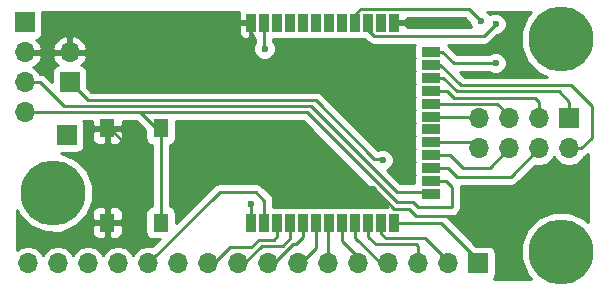
<source format=gbr>
G04 #@! TF.FileFunction,Copper,L2,Bot,Signal*
%FSLAX46Y46*%
G04 Gerber Fmt 4.6, Leading zero omitted, Abs format (unit mm)*
G04 Created by KiCad (PCBNEW 4.0.7) date 07/22/18 11:21:55*
%MOMM*%
%LPD*%
G01*
G04 APERTURE LIST*
%ADD10C,0.100000*%
%ADD11R,0.900000X1.500000*%
%ADD12R,1.500000X0.900000*%
%ADD13R,1.700000X1.700000*%
%ADD14O,1.700000X1.700000*%
%ADD15C,5.500000*%
%ADD16R,1.300000X1.550000*%
%ADD17C,0.600000*%
%ADD18C,0.250000*%
%ADD19C,0.254000*%
G04 APERTURE END LIST*
D10*
D11*
X33808000Y-14614000D03*
X34908000Y-14614000D03*
X36008000Y-14614000D03*
X37108000Y-14614000D03*
X38208000Y-14614000D03*
X39308000Y-14614000D03*
X40408000Y-14614000D03*
X41508000Y-14614000D03*
X42608000Y-14614000D03*
X43708000Y-14614000D03*
X44808000Y-14614000D03*
X45908000Y-14614000D03*
D12*
X49008000Y-17064000D03*
X49008000Y-18164000D03*
X49008000Y-19264000D03*
X49008000Y-20364000D03*
X49008000Y-21464000D03*
X49008000Y-22564000D03*
X49008000Y-23664000D03*
X49008000Y-24764000D03*
X49008000Y-25864000D03*
X49008000Y-26964000D03*
X49008000Y-28064000D03*
X49008000Y-29164000D03*
D11*
X45908000Y-31614000D03*
X44808000Y-31614000D03*
X43708000Y-31614000D03*
X42608000Y-31614000D03*
X41508000Y-31614000D03*
X40408000Y-31614000D03*
X39308000Y-31614000D03*
X38208000Y-31614000D03*
X37108000Y-31614000D03*
X36008000Y-31614000D03*
X34908000Y-31614000D03*
X33808000Y-31614000D03*
D13*
X14605000Y-14605000D03*
D14*
X14605000Y-17145000D03*
X14605000Y-19685000D03*
X14605000Y-22225000D03*
D15*
X60000000Y-34000000D03*
X60000000Y-16000000D03*
X17000000Y-29000000D03*
D16*
X21626000Y-31539000D03*
X26126000Y-31539000D03*
X26126000Y-23579000D03*
X21626000Y-23579000D03*
D13*
X53000000Y-35000000D03*
D14*
X50460000Y-35000000D03*
X47920000Y-35000000D03*
X45380000Y-35000000D03*
X42840000Y-35000000D03*
X40300000Y-35000000D03*
X37760000Y-35000000D03*
X35220000Y-35000000D03*
X32680000Y-35000000D03*
X30140000Y-35000000D03*
X27600000Y-35000000D03*
X25060000Y-35000000D03*
X22520000Y-35000000D03*
X19980000Y-35000000D03*
X17440000Y-35000000D03*
X14900000Y-35000000D03*
D13*
X18415000Y-19685000D03*
D14*
X18415000Y-17145000D03*
D13*
X60706000Y-22733000D03*
D14*
X60706000Y-25273000D03*
X58166000Y-22733000D03*
X58166000Y-25273000D03*
X55626000Y-22733000D03*
X55626000Y-25273000D03*
X53086000Y-22733000D03*
X53086000Y-25273000D03*
D13*
X18161000Y-24130000D03*
D17*
X44831000Y-14605000D03*
X31369000Y-25400000D03*
X39243000Y-28575000D03*
X23622000Y-25400000D03*
X52250000Y-31000000D03*
X56388000Y-17399000D03*
X51054000Y-14605000D03*
X46990000Y-26242000D03*
X45847000Y-14605000D03*
X33782000Y-29972000D03*
X54483000Y-18034000D03*
X54483000Y-14732000D03*
X53213000Y-14478000D03*
X34925000Y-16811000D03*
X39243000Y-14732000D03*
X38227000Y-14605000D03*
X37084000Y-14605000D03*
X36068000Y-14605000D03*
X44958000Y-26242000D03*
X49008000Y-23664000D03*
D18*
X44831000Y-14605000D02*
X44822000Y-14614000D01*
X44822000Y-14614000D02*
X44808000Y-14614000D01*
X39243000Y-28575000D02*
X44075000Y-28575000D01*
X31369000Y-25400000D02*
X36068000Y-25400000D01*
X21801000Y-23579000D02*
X23622000Y-25400000D01*
X39243000Y-28575000D02*
X36068000Y-25400000D01*
X47750000Y-31000000D02*
X52250000Y-31000000D01*
X47116699Y-30366699D02*
X47750000Y-31000000D01*
X45866699Y-30366699D02*
X47116699Y-30366699D01*
X44075000Y-28575000D02*
X45866699Y-30366699D01*
X51045000Y-14614000D02*
X51054000Y-14605000D01*
X45908000Y-14614000D02*
X51045000Y-14614000D01*
X21626000Y-23579000D02*
X21801000Y-23579000D01*
X47000000Y-26000000D02*
X47000000Y-26232000D01*
X47000000Y-26232000D02*
X46990000Y-26242000D01*
X45847000Y-14605000D02*
X45856000Y-14614000D01*
X45856000Y-14614000D02*
X45908000Y-14614000D01*
X33808000Y-29998000D02*
X33808000Y-31614000D01*
X33782000Y-29972000D02*
X33808000Y-29998000D01*
X33791000Y-31614000D02*
X33808000Y-31614000D01*
X49008000Y-17064000D02*
X49957000Y-17064000D01*
X50927000Y-18034000D02*
X54483000Y-18034000D01*
X49957000Y-17064000D02*
X50927000Y-18034000D01*
X49008000Y-17131000D02*
X49008000Y-17064000D01*
X43708000Y-14614000D02*
X43708000Y-15260000D01*
X53467000Y-15748000D02*
X54483000Y-14732000D01*
X44196000Y-15748000D02*
X53467000Y-15748000D01*
X43708000Y-15260000D02*
X44196000Y-15748000D01*
X42608000Y-14614000D02*
X42608000Y-13907000D01*
X52197000Y-13462000D02*
X53213000Y-14478000D01*
X43053000Y-13462000D02*
X52197000Y-13462000D01*
X42608000Y-13907000D02*
X43053000Y-13462000D01*
X26126000Y-31539000D02*
X26126000Y-23579000D01*
X24384000Y-22225000D02*
X38481000Y-22225000D01*
X50289000Y-28064000D02*
X49008000Y-28064000D01*
X50800000Y-28575000D02*
X50289000Y-28064000D01*
X50800000Y-30226000D02*
X50800000Y-28575000D01*
X50776000Y-30250000D02*
X50800000Y-30226000D01*
X47903000Y-30250000D02*
X50776000Y-30250000D01*
X47498000Y-29845000D02*
X47903000Y-30250000D01*
X46101000Y-29845000D02*
X47498000Y-29845000D01*
X38481000Y-22225000D02*
X46101000Y-29845000D01*
X26126000Y-24034083D02*
X25781000Y-23622000D01*
X25781000Y-23622000D02*
X24384000Y-22225000D01*
X24384000Y-22225000D02*
X14605000Y-22225000D01*
X25745000Y-23325000D02*
X25781000Y-23368000D01*
X34908000Y-14614000D02*
X34908000Y-16794000D01*
X34908000Y-16794000D02*
X34925000Y-16811000D01*
X39243000Y-14732000D02*
X39308000Y-14667000D01*
X39308000Y-14667000D02*
X39308000Y-14614000D01*
X38227000Y-14605000D02*
X38218000Y-14614000D01*
X38218000Y-14614000D02*
X38208000Y-14614000D01*
X37084000Y-14605000D02*
X37093000Y-14614000D01*
X37093000Y-14614000D02*
X37108000Y-14614000D01*
X36068000Y-14605000D02*
X36059000Y-14614000D01*
X36059000Y-14614000D02*
X36008000Y-14614000D01*
X53000000Y-35000000D02*
X53000000Y-34712000D01*
X53000000Y-34712000D02*
X49902000Y-31614000D01*
X49902000Y-31614000D02*
X45908000Y-31614000D01*
X50460000Y-35000000D02*
X50460000Y-34839000D01*
X50460000Y-34839000D02*
X48514000Y-32893000D01*
X44808000Y-32489000D02*
X44808000Y-31614000D01*
X45212000Y-32893000D02*
X44808000Y-32489000D01*
X48514000Y-32893000D02*
X45212000Y-32893000D01*
X50460000Y-35000000D02*
X50460000Y-34585000D01*
X47920000Y-35000000D02*
X47920000Y-33569000D01*
X43708000Y-32786000D02*
X43708000Y-31614000D01*
X44323000Y-33401000D02*
X43708000Y-32786000D01*
X47752000Y-33401000D02*
X44323000Y-33401000D01*
X47920000Y-33569000D02*
X47752000Y-33401000D01*
X45380000Y-35000000D02*
X44779000Y-35000000D01*
X44779000Y-35000000D02*
X42608000Y-32829000D01*
X42608000Y-32829000D02*
X42608000Y-31614000D01*
X42840000Y-35000000D02*
X42840000Y-34458000D01*
X42840000Y-34458000D02*
X41508000Y-33126000D01*
X41508000Y-33126000D02*
X41508000Y-31614000D01*
X40300000Y-35000000D02*
X40300000Y-31722000D01*
X40300000Y-31722000D02*
X40408000Y-31614000D01*
X37760000Y-35000000D02*
X38025000Y-35000000D01*
X38025000Y-35000000D02*
X39308000Y-33717000D01*
X39308000Y-33717000D02*
X39308000Y-31614000D01*
X35220000Y-35000000D02*
X35739000Y-35000000D01*
X35739000Y-35000000D02*
X37338000Y-33401000D01*
X37338000Y-33401000D02*
X37592000Y-33401000D01*
X37592000Y-33401000D02*
X38208000Y-32785000D01*
X38208000Y-32785000D02*
X38208000Y-31614000D01*
X32680000Y-35000000D02*
X33199000Y-35000000D01*
X33199000Y-35000000D02*
X34671000Y-33528000D01*
X34671000Y-33528000D02*
X36449000Y-33528000D01*
X36449000Y-33528000D02*
X37108000Y-32869000D01*
X37108000Y-32869000D02*
X37108000Y-31614000D01*
X30140000Y-35000000D02*
X30659000Y-35000000D01*
X30659000Y-35000000D02*
X32004000Y-33655000D01*
X32004000Y-33655000D02*
X33782000Y-33655000D01*
X33782000Y-33655000D02*
X34417000Y-33020000D01*
X34417000Y-33020000D02*
X35687000Y-33020000D01*
X35687000Y-33020000D02*
X36008000Y-32699000D01*
X36008000Y-32699000D02*
X36008000Y-31614000D01*
X34908000Y-29701000D02*
X34908000Y-31614000D01*
X34163000Y-28956000D02*
X34908000Y-29701000D01*
X31115000Y-28956000D02*
X34163000Y-28956000D01*
X25071000Y-35000000D02*
X31115000Y-28956000D01*
X25060000Y-35000000D02*
X25071000Y-35000000D01*
X25060000Y-35000000D02*
X25060000Y-34884000D01*
X49008000Y-29164000D02*
X49022000Y-29210000D01*
X49022000Y-29210000D02*
X48768000Y-28956000D01*
X48768000Y-28956000D02*
X46101000Y-28956000D01*
X46101000Y-28956000D02*
X38862000Y-21717000D01*
X38862000Y-21717000D02*
X17907000Y-21717000D01*
X17907000Y-21717000D02*
X15875000Y-19685000D01*
X15875000Y-19685000D02*
X14605000Y-19685000D01*
X18415000Y-19685000D02*
X19939000Y-21209000D01*
X39243000Y-21209000D02*
X19939000Y-21209000D01*
X44196000Y-26162000D02*
X39243000Y-21209000D01*
X44878000Y-26162000D02*
X44196000Y-26162000D01*
X44878000Y-26162000D02*
X44958000Y-26242000D01*
X49008000Y-24764000D02*
X52577000Y-24764000D01*
X52577000Y-24764000D02*
X53086000Y-25273000D01*
X49008000Y-22564000D02*
X52917000Y-22564000D01*
X52917000Y-22564000D02*
X53086000Y-22733000D01*
X49008000Y-25864000D02*
X50629000Y-25864000D01*
X53975000Y-26924000D02*
X55626000Y-25273000D01*
X51689000Y-26924000D02*
X53975000Y-26924000D01*
X50629000Y-25864000D02*
X51689000Y-26924000D01*
X60706000Y-22733000D02*
X60706000Y-21336000D01*
X49998000Y-19264000D02*
X49008000Y-19264000D01*
X51181000Y-20447000D02*
X49998000Y-19264000D01*
X59817000Y-20447000D02*
X51181000Y-20447000D01*
X60706000Y-21336000D02*
X59817000Y-20447000D01*
X60706000Y-25273000D02*
X61722000Y-25273000D01*
X49787000Y-18164000D02*
X49008000Y-18164000D01*
X51562000Y-19939000D02*
X49787000Y-18164000D01*
X60833000Y-19939000D02*
X51562000Y-19939000D01*
X62611000Y-21717000D02*
X60833000Y-19939000D01*
X62611000Y-24384000D02*
X62611000Y-21717000D01*
X61722000Y-25273000D02*
X62611000Y-24384000D01*
X49008000Y-20364000D02*
X50336000Y-20364000D01*
X58166000Y-21336000D02*
X57829000Y-20999000D01*
X57829000Y-20999000D02*
X53072000Y-20999000D01*
X58166000Y-21336000D02*
X58166000Y-22733000D01*
X50971000Y-20999000D02*
X53072000Y-20999000D01*
X50336000Y-20364000D02*
X50971000Y-20999000D01*
X49008000Y-26964000D02*
X50459000Y-26964000D01*
X55753000Y-27686000D02*
X58166000Y-25273000D01*
X51181000Y-27686000D02*
X55753000Y-27686000D01*
X50459000Y-26964000D02*
X51181000Y-27686000D01*
X55626000Y-22733000D02*
X55626000Y-22479000D01*
X55626000Y-22479000D02*
X54611000Y-21464000D01*
X54611000Y-21464000D02*
X49008000Y-21464000D01*
D19*
G36*
X62290000Y-31502704D02*
X61919952Y-31132010D01*
X60676272Y-30615589D01*
X59329636Y-30614414D01*
X58085057Y-31128663D01*
X57132010Y-32080048D01*
X56615589Y-33323728D01*
X56614414Y-34670364D01*
X57128663Y-35914943D01*
X57503066Y-36290000D01*
X54317901Y-36290000D01*
X54446431Y-36101890D01*
X54497440Y-35850000D01*
X54497440Y-34150000D01*
X54453162Y-33914683D01*
X54314090Y-33698559D01*
X54101890Y-33553569D01*
X53850000Y-33502560D01*
X52865362Y-33502560D01*
X50439401Y-31076599D01*
X50339728Y-31010000D01*
X50776000Y-31010000D01*
X51066839Y-30952148D01*
X51313401Y-30787401D01*
X51337401Y-30763401D01*
X51502148Y-30516839D01*
X51560000Y-30226000D01*
X51560000Y-28575000D01*
X51534340Y-28446000D01*
X55753000Y-28446000D01*
X56043839Y-28388148D01*
X56290401Y-28223401D01*
X57799592Y-26714210D01*
X58166000Y-26787093D01*
X58734285Y-26674054D01*
X59216054Y-26352147D01*
X59436000Y-26022974D01*
X59655946Y-26352147D01*
X60137715Y-26674054D01*
X60706000Y-26787093D01*
X61274285Y-26674054D01*
X61756054Y-26352147D01*
X62007208Y-25976268D01*
X62012839Y-25975148D01*
X62259401Y-25810401D01*
X62290000Y-25779802D01*
X62290000Y-31502704D01*
X62290000Y-31502704D01*
G37*
X62290000Y-31502704D02*
X61919952Y-31132010D01*
X60676272Y-30615589D01*
X59329636Y-30614414D01*
X58085057Y-31128663D01*
X57132010Y-32080048D01*
X56615589Y-33323728D01*
X56614414Y-34670364D01*
X57128663Y-35914943D01*
X57503066Y-36290000D01*
X54317901Y-36290000D01*
X54446431Y-36101890D01*
X54497440Y-35850000D01*
X54497440Y-34150000D01*
X54453162Y-33914683D01*
X54314090Y-33698559D01*
X54101890Y-33553569D01*
X53850000Y-33502560D01*
X52865362Y-33502560D01*
X50439401Y-31076599D01*
X50339728Y-31010000D01*
X50776000Y-31010000D01*
X51066839Y-30952148D01*
X51313401Y-30787401D01*
X51337401Y-30763401D01*
X51502148Y-30516839D01*
X51560000Y-30226000D01*
X51560000Y-28575000D01*
X51534340Y-28446000D01*
X55753000Y-28446000D01*
X56043839Y-28388148D01*
X56290401Y-28223401D01*
X57799592Y-26714210D01*
X58166000Y-26787093D01*
X58734285Y-26674054D01*
X59216054Y-26352147D01*
X59436000Y-26022974D01*
X59655946Y-26352147D01*
X60137715Y-26674054D01*
X60706000Y-26787093D01*
X61274285Y-26674054D01*
X61756054Y-26352147D01*
X62007208Y-25976268D01*
X62012839Y-25975148D01*
X62259401Y-25810401D01*
X62290000Y-25779802D01*
X62290000Y-31502704D01*
G36*
X20341000Y-23293250D02*
X20499750Y-23452000D01*
X21499000Y-23452000D01*
X21499000Y-23432000D01*
X21753000Y-23432000D01*
X21753000Y-23452000D01*
X22752250Y-23452000D01*
X22911000Y-23293250D01*
X22911000Y-22985000D01*
X24069198Y-22985000D01*
X24828560Y-23744362D01*
X24828560Y-24354000D01*
X24872838Y-24589317D01*
X25011910Y-24805441D01*
X25224110Y-24950431D01*
X25366000Y-24979164D01*
X25366000Y-30137258D01*
X25240683Y-30160838D01*
X25024559Y-30299910D01*
X24879569Y-30512110D01*
X24828560Y-30764000D01*
X24828560Y-32314000D01*
X24872838Y-32549317D01*
X25011910Y-32765441D01*
X25224110Y-32910431D01*
X25476000Y-32961440D01*
X26034758Y-32961440D01*
X25435583Y-33560615D01*
X25060000Y-33485907D01*
X24491715Y-33598946D01*
X24009946Y-33920853D01*
X23790000Y-34250026D01*
X23570054Y-33920853D01*
X23088285Y-33598946D01*
X22520000Y-33485907D01*
X21951715Y-33598946D01*
X21469946Y-33920853D01*
X21250000Y-34250026D01*
X21030054Y-33920853D01*
X20548285Y-33598946D01*
X19980000Y-33485907D01*
X19411715Y-33598946D01*
X18929946Y-33920853D01*
X18710000Y-34250026D01*
X18490054Y-33920853D01*
X18008285Y-33598946D01*
X17440000Y-33485907D01*
X16871715Y-33598946D01*
X16389946Y-33920853D01*
X16170000Y-34250026D01*
X15950054Y-33920853D01*
X15468285Y-33598946D01*
X14900000Y-33485907D01*
X14331715Y-33598946D01*
X13960000Y-33847317D01*
X13960000Y-30506747D01*
X14128663Y-30914943D01*
X15080048Y-31867990D01*
X16323728Y-32384411D01*
X17670364Y-32385586D01*
X18914943Y-31871337D01*
X18961611Y-31824750D01*
X20341000Y-31824750D01*
X20341000Y-32440309D01*
X20437673Y-32673698D01*
X20616301Y-32852327D01*
X20849690Y-32949000D01*
X21340250Y-32949000D01*
X21499000Y-32790250D01*
X21499000Y-31666000D01*
X21753000Y-31666000D01*
X21753000Y-32790250D01*
X21911750Y-32949000D01*
X22402310Y-32949000D01*
X22635699Y-32852327D01*
X22814327Y-32673698D01*
X22911000Y-32440309D01*
X22911000Y-31824750D01*
X22752250Y-31666000D01*
X21753000Y-31666000D01*
X21499000Y-31666000D01*
X20499750Y-31666000D01*
X20341000Y-31824750D01*
X18961611Y-31824750D01*
X19867990Y-30919952D01*
X19985194Y-30637691D01*
X20341000Y-30637691D01*
X20341000Y-31253250D01*
X20499750Y-31412000D01*
X21499000Y-31412000D01*
X21499000Y-30287750D01*
X21753000Y-30287750D01*
X21753000Y-31412000D01*
X22752250Y-31412000D01*
X22911000Y-31253250D01*
X22911000Y-30637691D01*
X22814327Y-30404302D01*
X22635699Y-30225673D01*
X22402310Y-30129000D01*
X21911750Y-30129000D01*
X21753000Y-30287750D01*
X21499000Y-30287750D01*
X21340250Y-30129000D01*
X20849690Y-30129000D01*
X20616301Y-30225673D01*
X20437673Y-30404302D01*
X20341000Y-30637691D01*
X19985194Y-30637691D01*
X20384411Y-29676272D01*
X20385586Y-28329636D01*
X19871337Y-27085057D01*
X18919952Y-26132010D01*
X17704812Y-25627440D01*
X19011000Y-25627440D01*
X19246317Y-25583162D01*
X19462441Y-25444090D01*
X19607431Y-25231890D01*
X19658440Y-24980000D01*
X19658440Y-23864750D01*
X20341000Y-23864750D01*
X20341000Y-24480309D01*
X20437673Y-24713698D01*
X20616301Y-24892327D01*
X20849690Y-24989000D01*
X21340250Y-24989000D01*
X21499000Y-24830250D01*
X21499000Y-23706000D01*
X21753000Y-23706000D01*
X21753000Y-24830250D01*
X21911750Y-24989000D01*
X22402310Y-24989000D01*
X22635699Y-24892327D01*
X22814327Y-24713698D01*
X22911000Y-24480309D01*
X22911000Y-23864750D01*
X22752250Y-23706000D01*
X21753000Y-23706000D01*
X21499000Y-23706000D01*
X20499750Y-23706000D01*
X20341000Y-23864750D01*
X19658440Y-23864750D01*
X19658440Y-23280000D01*
X19614162Y-23044683D01*
X19575757Y-22985000D01*
X20341000Y-22985000D01*
X20341000Y-23293250D01*
X20341000Y-23293250D01*
G37*
X20341000Y-23293250D02*
X20499750Y-23452000D01*
X21499000Y-23452000D01*
X21499000Y-23432000D01*
X21753000Y-23432000D01*
X21753000Y-23452000D01*
X22752250Y-23452000D01*
X22911000Y-23293250D01*
X22911000Y-22985000D01*
X24069198Y-22985000D01*
X24828560Y-23744362D01*
X24828560Y-24354000D01*
X24872838Y-24589317D01*
X25011910Y-24805441D01*
X25224110Y-24950431D01*
X25366000Y-24979164D01*
X25366000Y-30137258D01*
X25240683Y-30160838D01*
X25024559Y-30299910D01*
X24879569Y-30512110D01*
X24828560Y-30764000D01*
X24828560Y-32314000D01*
X24872838Y-32549317D01*
X25011910Y-32765441D01*
X25224110Y-32910431D01*
X25476000Y-32961440D01*
X26034758Y-32961440D01*
X25435583Y-33560615D01*
X25060000Y-33485907D01*
X24491715Y-33598946D01*
X24009946Y-33920853D01*
X23790000Y-34250026D01*
X23570054Y-33920853D01*
X23088285Y-33598946D01*
X22520000Y-33485907D01*
X21951715Y-33598946D01*
X21469946Y-33920853D01*
X21250000Y-34250026D01*
X21030054Y-33920853D01*
X20548285Y-33598946D01*
X19980000Y-33485907D01*
X19411715Y-33598946D01*
X18929946Y-33920853D01*
X18710000Y-34250026D01*
X18490054Y-33920853D01*
X18008285Y-33598946D01*
X17440000Y-33485907D01*
X16871715Y-33598946D01*
X16389946Y-33920853D01*
X16170000Y-34250026D01*
X15950054Y-33920853D01*
X15468285Y-33598946D01*
X14900000Y-33485907D01*
X14331715Y-33598946D01*
X13960000Y-33847317D01*
X13960000Y-30506747D01*
X14128663Y-30914943D01*
X15080048Y-31867990D01*
X16323728Y-32384411D01*
X17670364Y-32385586D01*
X18914943Y-31871337D01*
X18961611Y-31824750D01*
X20341000Y-31824750D01*
X20341000Y-32440309D01*
X20437673Y-32673698D01*
X20616301Y-32852327D01*
X20849690Y-32949000D01*
X21340250Y-32949000D01*
X21499000Y-32790250D01*
X21499000Y-31666000D01*
X21753000Y-31666000D01*
X21753000Y-32790250D01*
X21911750Y-32949000D01*
X22402310Y-32949000D01*
X22635699Y-32852327D01*
X22814327Y-32673698D01*
X22911000Y-32440309D01*
X22911000Y-31824750D01*
X22752250Y-31666000D01*
X21753000Y-31666000D01*
X21499000Y-31666000D01*
X20499750Y-31666000D01*
X20341000Y-31824750D01*
X18961611Y-31824750D01*
X19867990Y-30919952D01*
X19985194Y-30637691D01*
X20341000Y-30637691D01*
X20341000Y-31253250D01*
X20499750Y-31412000D01*
X21499000Y-31412000D01*
X21499000Y-30287750D01*
X21753000Y-30287750D01*
X21753000Y-31412000D01*
X22752250Y-31412000D01*
X22911000Y-31253250D01*
X22911000Y-30637691D01*
X22814327Y-30404302D01*
X22635699Y-30225673D01*
X22402310Y-30129000D01*
X21911750Y-30129000D01*
X21753000Y-30287750D01*
X21499000Y-30287750D01*
X21340250Y-30129000D01*
X20849690Y-30129000D01*
X20616301Y-30225673D01*
X20437673Y-30404302D01*
X20341000Y-30637691D01*
X19985194Y-30637691D01*
X20384411Y-29676272D01*
X20385586Y-28329636D01*
X19871337Y-27085057D01*
X18919952Y-26132010D01*
X17704812Y-25627440D01*
X19011000Y-25627440D01*
X19246317Y-25583162D01*
X19462441Y-25444090D01*
X19607431Y-25231890D01*
X19658440Y-24980000D01*
X19658440Y-23864750D01*
X20341000Y-23864750D01*
X20341000Y-24480309D01*
X20437673Y-24713698D01*
X20616301Y-24892327D01*
X20849690Y-24989000D01*
X21340250Y-24989000D01*
X21499000Y-24830250D01*
X21499000Y-23706000D01*
X21753000Y-23706000D01*
X21753000Y-24830250D01*
X21911750Y-24989000D01*
X22402310Y-24989000D01*
X22635699Y-24892327D01*
X22814327Y-24713698D01*
X22911000Y-24480309D01*
X22911000Y-23864750D01*
X22752250Y-23706000D01*
X21753000Y-23706000D01*
X21499000Y-23706000D01*
X20499750Y-23706000D01*
X20341000Y-23864750D01*
X19658440Y-23864750D01*
X19658440Y-23280000D01*
X19614162Y-23044683D01*
X19575757Y-22985000D01*
X20341000Y-22985000D01*
X20341000Y-23293250D01*
G36*
X45407298Y-30226100D02*
X45354329Y-30236067D01*
X45258000Y-30216560D01*
X44358000Y-30216560D01*
X44254329Y-30236067D01*
X44158000Y-30216560D01*
X43258000Y-30216560D01*
X43154329Y-30236067D01*
X43058000Y-30216560D01*
X42158000Y-30216560D01*
X42054329Y-30236067D01*
X41958000Y-30216560D01*
X41058000Y-30216560D01*
X40954329Y-30236067D01*
X40858000Y-30216560D01*
X39958000Y-30216560D01*
X39854329Y-30236067D01*
X39758000Y-30216560D01*
X38858000Y-30216560D01*
X38754329Y-30236067D01*
X38658000Y-30216560D01*
X37758000Y-30216560D01*
X37654329Y-30236067D01*
X37558000Y-30216560D01*
X36658000Y-30216560D01*
X36554329Y-30236067D01*
X36458000Y-30216560D01*
X35668000Y-30216560D01*
X35668000Y-29701000D01*
X35610148Y-29410161D01*
X35445401Y-29163599D01*
X34700401Y-28418599D01*
X34453839Y-28253852D01*
X34163000Y-28196000D01*
X31115000Y-28196000D01*
X30824161Y-28253852D01*
X30577599Y-28418599D01*
X27423440Y-31572758D01*
X27423440Y-30764000D01*
X27379162Y-30528683D01*
X27240090Y-30312559D01*
X27027890Y-30167569D01*
X26886000Y-30138836D01*
X26886000Y-24980742D01*
X27011317Y-24957162D01*
X27227441Y-24818090D01*
X27372431Y-24605890D01*
X27423440Y-24354000D01*
X27423440Y-22985000D01*
X38166198Y-22985000D01*
X45407298Y-30226100D01*
X45407298Y-30226100D01*
G37*
X45407298Y-30226100D02*
X45354329Y-30236067D01*
X45258000Y-30216560D01*
X44358000Y-30216560D01*
X44254329Y-30236067D01*
X44158000Y-30216560D01*
X43258000Y-30216560D01*
X43154329Y-30236067D01*
X43058000Y-30216560D01*
X42158000Y-30216560D01*
X42054329Y-30236067D01*
X41958000Y-30216560D01*
X41058000Y-30216560D01*
X40954329Y-30236067D01*
X40858000Y-30216560D01*
X39958000Y-30216560D01*
X39854329Y-30236067D01*
X39758000Y-30216560D01*
X38858000Y-30216560D01*
X38754329Y-30236067D01*
X38658000Y-30216560D01*
X37758000Y-30216560D01*
X37654329Y-30236067D01*
X37558000Y-30216560D01*
X36658000Y-30216560D01*
X36554329Y-30236067D01*
X36458000Y-30216560D01*
X35668000Y-30216560D01*
X35668000Y-29701000D01*
X35610148Y-29410161D01*
X35445401Y-29163599D01*
X34700401Y-28418599D01*
X34453839Y-28253852D01*
X34163000Y-28196000D01*
X31115000Y-28196000D01*
X30824161Y-28253852D01*
X30577599Y-28418599D01*
X27423440Y-31572758D01*
X27423440Y-30764000D01*
X27379162Y-30528683D01*
X27240090Y-30312559D01*
X27027890Y-30167569D01*
X26886000Y-30138836D01*
X26886000Y-24980742D01*
X27011317Y-24957162D01*
X27227441Y-24818090D01*
X27372431Y-24605890D01*
X27423440Y-24354000D01*
X27423440Y-22985000D01*
X38166198Y-22985000D01*
X45407298Y-30226100D01*
G36*
X32723000Y-13737691D02*
X32723000Y-14328250D01*
X32881750Y-14487000D01*
X33681000Y-14487000D01*
X33681000Y-14467000D01*
X33810560Y-14467000D01*
X33810560Y-15364000D01*
X33854838Y-15599317D01*
X33935000Y-15723892D01*
X33935000Y-15840250D01*
X34093750Y-15999000D01*
X34148000Y-15999000D01*
X34148000Y-16265507D01*
X34132808Y-16280673D01*
X33990162Y-16624201D01*
X33989838Y-16996167D01*
X34131883Y-17339943D01*
X34394673Y-17603192D01*
X34738201Y-17745838D01*
X35110167Y-17746162D01*
X35453943Y-17604117D01*
X35717192Y-17341327D01*
X35859838Y-16997799D01*
X35860162Y-16625833D01*
X35718117Y-16282057D01*
X35668000Y-16231852D01*
X35668000Y-16011440D01*
X36458000Y-16011440D01*
X36561671Y-15991933D01*
X36658000Y-16011440D01*
X37558000Y-16011440D01*
X37661671Y-15991933D01*
X37758000Y-16011440D01*
X38658000Y-16011440D01*
X38761671Y-15991933D01*
X38858000Y-16011440D01*
X39758000Y-16011440D01*
X39861671Y-15991933D01*
X39958000Y-16011440D01*
X40858000Y-16011440D01*
X40961671Y-15991933D01*
X41058000Y-16011440D01*
X41958000Y-16011440D01*
X42061671Y-15991933D01*
X42158000Y-16011440D01*
X43058000Y-16011440D01*
X43161671Y-15991933D01*
X43258000Y-16011440D01*
X43384638Y-16011440D01*
X43658599Y-16285401D01*
X43905160Y-16450148D01*
X44196000Y-16508000D01*
X47632026Y-16508000D01*
X47610560Y-16614000D01*
X47610560Y-17514000D01*
X47630067Y-17617671D01*
X47610560Y-17714000D01*
X47610560Y-18614000D01*
X47630067Y-18717671D01*
X47610560Y-18814000D01*
X47610560Y-19714000D01*
X47630067Y-19817671D01*
X47610560Y-19914000D01*
X47610560Y-20814000D01*
X47630067Y-20917671D01*
X47610560Y-21014000D01*
X47610560Y-21914000D01*
X47630067Y-22017671D01*
X47610560Y-22114000D01*
X47610560Y-23014000D01*
X47630067Y-23117671D01*
X47610560Y-23214000D01*
X47610560Y-24114000D01*
X47630067Y-24217671D01*
X47610560Y-24314000D01*
X47610560Y-25214000D01*
X47630067Y-25317671D01*
X47610560Y-25414000D01*
X47610560Y-26314000D01*
X47630067Y-26417671D01*
X47610560Y-26514000D01*
X47610560Y-27414000D01*
X47630067Y-27517671D01*
X47610560Y-27614000D01*
X47610560Y-28196000D01*
X46415802Y-28196000D01*
X45322758Y-27102956D01*
X45486943Y-27035117D01*
X45750192Y-26772327D01*
X45892838Y-26428799D01*
X45893162Y-26056833D01*
X45751117Y-25713057D01*
X45488327Y-25449808D01*
X45144799Y-25307162D01*
X44772833Y-25306838D01*
X44542523Y-25402000D01*
X44510802Y-25402000D01*
X39780401Y-20671599D01*
X39533839Y-20506852D01*
X39243000Y-20449000D01*
X20253802Y-20449000D01*
X19912440Y-20107638D01*
X19912440Y-18835000D01*
X19868162Y-18599683D01*
X19729090Y-18383559D01*
X19516890Y-18238569D01*
X19408893Y-18216699D01*
X19686645Y-17911924D01*
X19856476Y-17501890D01*
X19735155Y-17272000D01*
X18542000Y-17272000D01*
X18542000Y-17292000D01*
X18288000Y-17292000D01*
X18288000Y-17272000D01*
X17094845Y-17272000D01*
X16973524Y-17501890D01*
X17143355Y-17911924D01*
X17419501Y-18214937D01*
X17329683Y-18231838D01*
X17113559Y-18370910D01*
X16968569Y-18583110D01*
X16917560Y-18835000D01*
X16917560Y-19652758D01*
X16412401Y-19147599D01*
X16165839Y-18982852D01*
X15878407Y-18925678D01*
X15684147Y-18634946D01*
X15343447Y-18407298D01*
X15486358Y-18340183D01*
X15876645Y-17911924D01*
X16046476Y-17501890D01*
X15925155Y-17272000D01*
X14732000Y-17272000D01*
X14732000Y-17292000D01*
X14478000Y-17292000D01*
X14478000Y-17272000D01*
X14458000Y-17272000D01*
X14458000Y-17018000D01*
X14478000Y-17018000D01*
X14478000Y-16998000D01*
X14732000Y-16998000D01*
X14732000Y-17018000D01*
X15925155Y-17018000D01*
X16046476Y-16788110D01*
X16973524Y-16788110D01*
X17094845Y-17018000D01*
X18288000Y-17018000D01*
X18288000Y-15824181D01*
X18542000Y-15824181D01*
X18542000Y-17018000D01*
X19735155Y-17018000D01*
X19856476Y-16788110D01*
X19686645Y-16378076D01*
X19296358Y-15949817D01*
X18771892Y-15703514D01*
X18542000Y-15824181D01*
X18288000Y-15824181D01*
X18058108Y-15703514D01*
X17533642Y-15949817D01*
X17143355Y-16378076D01*
X16973524Y-16788110D01*
X16046476Y-16788110D01*
X15876645Y-16378076D01*
X15600499Y-16075063D01*
X15690317Y-16058162D01*
X15906441Y-15919090D01*
X16051431Y-15706890D01*
X16102440Y-15455000D01*
X16102440Y-14899750D01*
X32723000Y-14899750D01*
X32723000Y-15490309D01*
X32819673Y-15723698D01*
X32998301Y-15902327D01*
X33231690Y-15999000D01*
X33522250Y-15999000D01*
X33681000Y-15840250D01*
X33681000Y-14741000D01*
X32881750Y-14741000D01*
X32723000Y-14899750D01*
X16102440Y-14899750D01*
X16102440Y-13755000D01*
X16093973Y-13710000D01*
X32734470Y-13710000D01*
X32723000Y-13737691D01*
X32723000Y-13737691D01*
G37*
X32723000Y-13737691D02*
X32723000Y-14328250D01*
X32881750Y-14487000D01*
X33681000Y-14487000D01*
X33681000Y-14467000D01*
X33810560Y-14467000D01*
X33810560Y-15364000D01*
X33854838Y-15599317D01*
X33935000Y-15723892D01*
X33935000Y-15840250D01*
X34093750Y-15999000D01*
X34148000Y-15999000D01*
X34148000Y-16265507D01*
X34132808Y-16280673D01*
X33990162Y-16624201D01*
X33989838Y-16996167D01*
X34131883Y-17339943D01*
X34394673Y-17603192D01*
X34738201Y-17745838D01*
X35110167Y-17746162D01*
X35453943Y-17604117D01*
X35717192Y-17341327D01*
X35859838Y-16997799D01*
X35860162Y-16625833D01*
X35718117Y-16282057D01*
X35668000Y-16231852D01*
X35668000Y-16011440D01*
X36458000Y-16011440D01*
X36561671Y-15991933D01*
X36658000Y-16011440D01*
X37558000Y-16011440D01*
X37661671Y-15991933D01*
X37758000Y-16011440D01*
X38658000Y-16011440D01*
X38761671Y-15991933D01*
X38858000Y-16011440D01*
X39758000Y-16011440D01*
X39861671Y-15991933D01*
X39958000Y-16011440D01*
X40858000Y-16011440D01*
X40961671Y-15991933D01*
X41058000Y-16011440D01*
X41958000Y-16011440D01*
X42061671Y-15991933D01*
X42158000Y-16011440D01*
X43058000Y-16011440D01*
X43161671Y-15991933D01*
X43258000Y-16011440D01*
X43384638Y-16011440D01*
X43658599Y-16285401D01*
X43905160Y-16450148D01*
X44196000Y-16508000D01*
X47632026Y-16508000D01*
X47610560Y-16614000D01*
X47610560Y-17514000D01*
X47630067Y-17617671D01*
X47610560Y-17714000D01*
X47610560Y-18614000D01*
X47630067Y-18717671D01*
X47610560Y-18814000D01*
X47610560Y-19714000D01*
X47630067Y-19817671D01*
X47610560Y-19914000D01*
X47610560Y-20814000D01*
X47630067Y-20917671D01*
X47610560Y-21014000D01*
X47610560Y-21914000D01*
X47630067Y-22017671D01*
X47610560Y-22114000D01*
X47610560Y-23014000D01*
X47630067Y-23117671D01*
X47610560Y-23214000D01*
X47610560Y-24114000D01*
X47630067Y-24217671D01*
X47610560Y-24314000D01*
X47610560Y-25214000D01*
X47630067Y-25317671D01*
X47610560Y-25414000D01*
X47610560Y-26314000D01*
X47630067Y-26417671D01*
X47610560Y-26514000D01*
X47610560Y-27414000D01*
X47630067Y-27517671D01*
X47610560Y-27614000D01*
X47610560Y-28196000D01*
X46415802Y-28196000D01*
X45322758Y-27102956D01*
X45486943Y-27035117D01*
X45750192Y-26772327D01*
X45892838Y-26428799D01*
X45893162Y-26056833D01*
X45751117Y-25713057D01*
X45488327Y-25449808D01*
X45144799Y-25307162D01*
X44772833Y-25306838D01*
X44542523Y-25402000D01*
X44510802Y-25402000D01*
X39780401Y-20671599D01*
X39533839Y-20506852D01*
X39243000Y-20449000D01*
X20253802Y-20449000D01*
X19912440Y-20107638D01*
X19912440Y-18835000D01*
X19868162Y-18599683D01*
X19729090Y-18383559D01*
X19516890Y-18238569D01*
X19408893Y-18216699D01*
X19686645Y-17911924D01*
X19856476Y-17501890D01*
X19735155Y-17272000D01*
X18542000Y-17272000D01*
X18542000Y-17292000D01*
X18288000Y-17292000D01*
X18288000Y-17272000D01*
X17094845Y-17272000D01*
X16973524Y-17501890D01*
X17143355Y-17911924D01*
X17419501Y-18214937D01*
X17329683Y-18231838D01*
X17113559Y-18370910D01*
X16968569Y-18583110D01*
X16917560Y-18835000D01*
X16917560Y-19652758D01*
X16412401Y-19147599D01*
X16165839Y-18982852D01*
X15878407Y-18925678D01*
X15684147Y-18634946D01*
X15343447Y-18407298D01*
X15486358Y-18340183D01*
X15876645Y-17911924D01*
X16046476Y-17501890D01*
X15925155Y-17272000D01*
X14732000Y-17272000D01*
X14732000Y-17292000D01*
X14478000Y-17292000D01*
X14478000Y-17272000D01*
X14458000Y-17272000D01*
X14458000Y-17018000D01*
X14478000Y-17018000D01*
X14478000Y-16998000D01*
X14732000Y-16998000D01*
X14732000Y-17018000D01*
X15925155Y-17018000D01*
X16046476Y-16788110D01*
X16973524Y-16788110D01*
X17094845Y-17018000D01*
X18288000Y-17018000D01*
X18288000Y-15824181D01*
X18542000Y-15824181D01*
X18542000Y-17018000D01*
X19735155Y-17018000D01*
X19856476Y-16788110D01*
X19686645Y-16378076D01*
X19296358Y-15949817D01*
X18771892Y-15703514D01*
X18542000Y-15824181D01*
X18288000Y-15824181D01*
X18058108Y-15703514D01*
X17533642Y-15949817D01*
X17143355Y-16378076D01*
X16973524Y-16788110D01*
X16046476Y-16788110D01*
X15876645Y-16378076D01*
X15600499Y-16075063D01*
X15690317Y-16058162D01*
X15906441Y-15919090D01*
X16051431Y-15706890D01*
X16102440Y-15455000D01*
X16102440Y-14899750D01*
X32723000Y-14899750D01*
X32723000Y-15490309D01*
X32819673Y-15723698D01*
X32998301Y-15902327D01*
X33231690Y-15999000D01*
X33522250Y-15999000D01*
X33681000Y-15840250D01*
X33681000Y-14741000D01*
X32881750Y-14741000D01*
X32723000Y-14899750D01*
X16102440Y-14899750D01*
X16102440Y-13755000D01*
X16093973Y-13710000D01*
X32734470Y-13710000D01*
X32723000Y-13737691D01*
G36*
X57132010Y-14080048D02*
X56615589Y-15323728D01*
X56614414Y-16670364D01*
X57128663Y-17914943D01*
X58080048Y-18867990D01*
X58829043Y-19179000D01*
X51876802Y-19179000D01*
X51491802Y-18794000D01*
X53920537Y-18794000D01*
X53952673Y-18826192D01*
X54296201Y-18968838D01*
X54668167Y-18969162D01*
X55011943Y-18827117D01*
X55275192Y-18564327D01*
X55417838Y-18220799D01*
X55418162Y-17848833D01*
X55276117Y-17505057D01*
X55013327Y-17241808D01*
X54669799Y-17099162D01*
X54297833Y-17098838D01*
X53954057Y-17240883D01*
X53920882Y-17274000D01*
X51241802Y-17274000D01*
X50494401Y-16526599D01*
X50466566Y-16508000D01*
X53467000Y-16508000D01*
X53757839Y-16450148D01*
X54004401Y-16285401D01*
X54622680Y-15667122D01*
X54668167Y-15667162D01*
X55011943Y-15525117D01*
X55275192Y-15262327D01*
X55417838Y-14918799D01*
X55418162Y-14546833D01*
X55276117Y-14203057D01*
X55013327Y-13939808D01*
X54669799Y-13797162D01*
X54297833Y-13796838D01*
X53983724Y-13926625D01*
X53767477Y-13710000D01*
X57502704Y-13710000D01*
X57132010Y-14080048D01*
X57132010Y-14080048D01*
G37*
X57132010Y-14080048D02*
X56615589Y-15323728D01*
X56614414Y-16670364D01*
X57128663Y-17914943D01*
X58080048Y-18867990D01*
X58829043Y-19179000D01*
X51876802Y-19179000D01*
X51491802Y-18794000D01*
X53920537Y-18794000D01*
X53952673Y-18826192D01*
X54296201Y-18968838D01*
X54668167Y-18969162D01*
X55011943Y-18827117D01*
X55275192Y-18564327D01*
X55417838Y-18220799D01*
X55418162Y-17848833D01*
X55276117Y-17505057D01*
X55013327Y-17241808D01*
X54669799Y-17099162D01*
X54297833Y-17098838D01*
X53954057Y-17240883D01*
X53920882Y-17274000D01*
X51241802Y-17274000D01*
X50494401Y-16526599D01*
X50466566Y-16508000D01*
X53467000Y-16508000D01*
X53757839Y-16450148D01*
X54004401Y-16285401D01*
X54622680Y-15667122D01*
X54668167Y-15667162D01*
X55011943Y-15525117D01*
X55275192Y-15262327D01*
X55417838Y-14918799D01*
X55418162Y-14546833D01*
X55276117Y-14203057D01*
X55013327Y-13939808D01*
X54669799Y-13797162D01*
X54297833Y-13796838D01*
X53983724Y-13926625D01*
X53767477Y-13710000D01*
X57502704Y-13710000D01*
X57132010Y-14080048D01*
G36*
X52277878Y-14617680D02*
X52277838Y-14663167D01*
X52412056Y-14988000D01*
X46993000Y-14988000D01*
X46993000Y-14899750D01*
X46834250Y-14741000D01*
X46035000Y-14741000D01*
X46035000Y-14761000D01*
X45905440Y-14761000D01*
X45905440Y-14467000D01*
X46035000Y-14467000D01*
X46035000Y-14487000D01*
X46834250Y-14487000D01*
X46993000Y-14328250D01*
X46993000Y-14222000D01*
X51882198Y-14222000D01*
X52277878Y-14617680D01*
X52277878Y-14617680D01*
G37*
X52277878Y-14617680D02*
X52277838Y-14663167D01*
X52412056Y-14988000D01*
X46993000Y-14988000D01*
X46993000Y-14899750D01*
X46834250Y-14741000D01*
X46035000Y-14741000D01*
X46035000Y-14761000D01*
X45905440Y-14761000D01*
X45905440Y-14467000D01*
X46035000Y-14467000D01*
X46035000Y-14487000D01*
X46834250Y-14487000D01*
X46993000Y-14328250D01*
X46993000Y-14222000D01*
X51882198Y-14222000D01*
X52277878Y-14617680D01*
M02*

</source>
